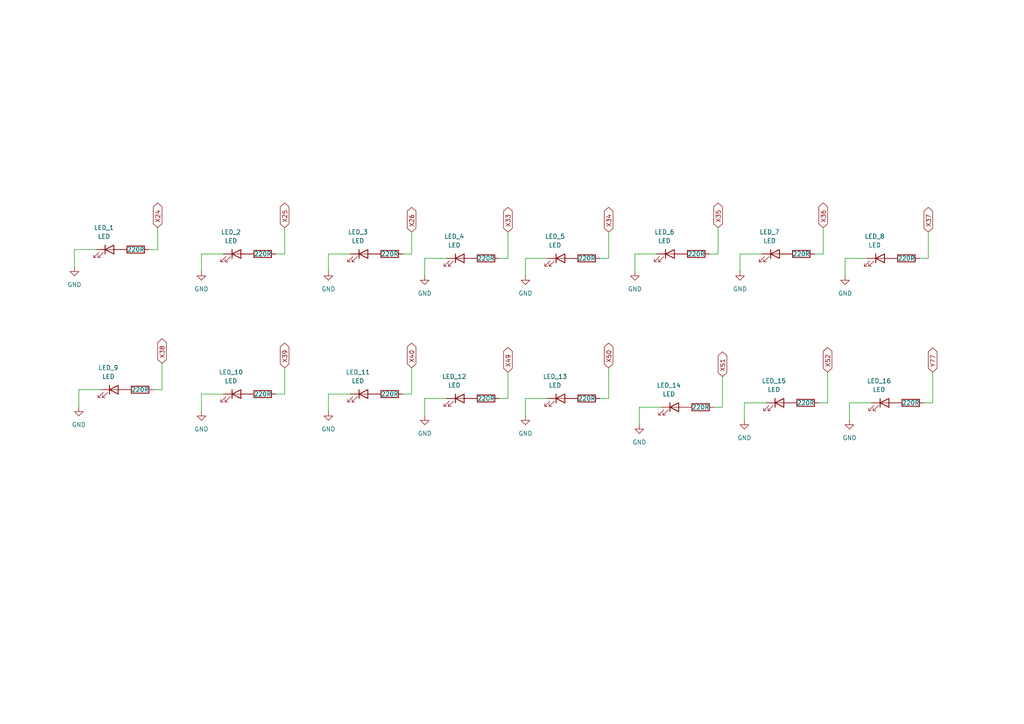
<source format=kicad_sch>
(kicad_sch (version 20231120) (generator "eeschema") (generator_version "8.0")
  (paper "A4")
  (lib_symbols
    (symbol "Device:LED" (pin_numbers hide) (pin_names (offset 1.016) hide)
      (property "Reference" "D" (at 0 2.54 0))
      (property "Value" "LED" (at 0 -2.54 0))
      (symbol "LED_0_1"
        (polyline (pts (xy -1.27 -1.27) (xy -1.27 1.27)) (stroke (width 0.254)))
        (polyline (pts (xy -1.27 0) (xy 1.27 0)))
        (polyline (pts (xy 1.27 -1.27) (xy 1.27 1.27) (xy -1.27 0) (xy 1.27 -1.27)) (stroke (width 0.254)))
        (polyline (pts (xy -3.048 -0.762) (xy -4.572 -2.286) (xy -3.81 -2.286) (xy -4.572 -2.286) (xy -4.572 -1.524)))
        (polyline (pts (xy -1.778 -0.762) (xy -3.302 -2.286) (xy -2.54 -2.286) (xy -3.302 -2.286) (xy -3.302 -1.524)))
      )
      (symbol "LED_1_1"
        (pin passive line (at -3.81 0 0) (length 2.54) (name "K") (number "1"))
        (pin passive line (at 3.81 0 180) (length 2.54) (name "A") (number "2"))
      )
    )
    (symbol "Device:R" (pin_numbers hide) (pin_names (offset 0))
      (property "Reference" "R" (at 2.032 0 90))
      (property "Value" "R" (at 0 0 90))
      (symbol "R_0_1"
        (rectangle (start -1.016 -2.54) (end 1.016 2.54) (stroke (width 0.254)))
      )
      (symbol "R_1_1"
        (pin passive line (at 0 3.81 270) (length 1.27) (name "~") (number "1"))
        (pin passive line (at 0 -3.81 90) (length 1.27) (name "~") (number "2"))
      )
    )
    (symbol "power:GND" (power) (pin_numbers hide) (pin_names (offset 0) hide)
      (property "Value" "GND" (at 0 -3.81 0))
      (symbol "GND_0_1"
        (polyline (pts (xy 0 0) (xy 0 -1.27) (xy 1.27 -1.27) (xy 0 -2.54) (xy -1.27 -1.27) (xy 0 -1.27)))
      )
      (symbol "GND_1_1"
        (pin power_in line (at 0 0 270) (length 0) (name "~") (number "1"))
      )
    )
  )
  (wire (pts (xy 147.32 67.31) (xy 147.32 74.93)))
  (wire (pts (xy 147.32 107.95) (xy 147.32 115.57)))
  (wire (pts (xy 123.19 115.57) (xy 129.54 115.57)))
  (wire (pts (xy 236.22 73.66) (xy 238.76 73.66)))
  (wire (pts (xy 266.7 74.93) (xy 269.24 74.93)))
  (wire (pts (xy 240.03 107.95) (xy 240.03 116.84)))
  (wire (pts (xy 208.28 66.04) (xy 208.28 73.66)))
  (wire (pts (xy 45.72 66.04) (xy 45.72 72.39)))
  (wire (pts (xy 245.11 80.01) (xy 245.11 74.93)))
  (wire (pts (xy 80.01 114.3) (xy 82.55 114.3)))
  (wire (pts (xy 123.19 80.01) (xy 123.19 74.93)))
  (wire (pts (xy 144.78 74.93) (xy 147.32 74.93)))
  (wire (pts (xy 58.42 73.66) (xy 64.77 73.66)))
  (wire (pts (xy 21.59 72.39) (xy 27.94 72.39)))
  (wire (pts (xy 207.01 118.11) (xy 209.55 118.11)))
  (wire (pts (xy 58.42 78.74) (xy 58.42 73.66)))
  (wire (pts (xy 269.24 67.31) (xy 269.24 74.93)))
  (wire (pts (xy 246.38 116.84) (xy 252.73 116.84)))
  (wire (pts (xy 237.49 116.84) (xy 240.03 116.84)))
  (wire (pts (xy 144.78 115.57) (xy 147.32 115.57)))
  (wire (pts (xy 152.4 115.57) (xy 158.75 115.57)))
  (wire (pts (xy 173.99 74.93) (xy 176.53 74.93)))
  (wire (pts (xy 215.9 116.84) (xy 222.25 116.84)))
  (wire (pts (xy 95.25 119.38) (xy 95.25 114.3)))
  (wire (pts (xy 123.19 120.65) (xy 123.19 115.57)))
  (wire (pts (xy 82.55 106.68) (xy 82.55 114.3)))
  (wire (pts (xy 185.42 123.19) (xy 185.42 118.11)))
  (wire (pts (xy 215.9 121.92) (xy 215.9 116.84)))
  (wire (pts (xy 152.4 80.01) (xy 152.4 74.93)))
  (wire (pts (xy 22.86 113.03) (xy 29.21 113.03)))
  (wire (pts (xy 119.38 106.68) (xy 119.38 114.3)))
  (wire (pts (xy 116.84 114.3) (xy 119.38 114.3)))
  (wire (pts (xy 184.15 73.66) (xy 190.5 73.66)))
  (wire (pts (xy 80.01 73.66) (xy 82.55 73.66)))
  (wire (pts (xy 21.59 77.47) (xy 21.59 72.39)))
  (wire (pts (xy 176.53 106.68) (xy 176.53 115.57)))
  (wire (pts (xy 58.42 119.38) (xy 58.42 114.3)))
  (wire (pts (xy 184.15 78.74) (xy 184.15 73.66)))
  (wire (pts (xy 270.51 107.95) (xy 270.51 116.84)))
  (wire (pts (xy 238.76 66.04) (xy 238.76 73.66)))
  (wire (pts (xy 246.38 121.92) (xy 246.38 116.84)))
  (wire (pts (xy 116.84 73.66) (xy 119.38 73.66)))
  (wire (pts (xy 22.86 118.11) (xy 22.86 113.03)))
  (wire (pts (xy 58.42 114.3) (xy 64.77 114.3)))
  (wire (pts (xy 82.55 66.04) (xy 82.55 73.66)))
  (wire (pts (xy 209.55 109.22) (xy 209.55 118.11)))
  (wire (pts (xy 205.74 73.66) (xy 208.28 73.66)))
  (wire (pts (xy 152.4 74.93) (xy 158.75 74.93)))
  (wire (pts (xy 95.25 78.74) (xy 95.25 73.66)))
  (wire (pts (xy 152.4 120.65) (xy 152.4 115.57)))
  (wire (pts (xy 176.53 67.31) (xy 176.53 74.93)))
  (wire (pts (xy 119.38 67.31) (xy 119.38 73.66)))
  (wire (pts (xy 214.63 73.66) (xy 220.98 73.66)))
  (wire (pts (xy 95.25 73.66) (xy 101.6 73.66)))
  (wire (pts (xy 267.97 116.84) (xy 270.51 116.84)))
  (wire (pts (xy 173.99 115.57) (xy 176.53 115.57)))
  (wire (pts (xy 95.25 114.3) (xy 101.6 114.3)))
  (wire (pts (xy 43.18 72.39) (xy 45.72 72.39)))
  (wire (pts (xy 123.19 74.93) (xy 129.54 74.93)))
  (wire (pts (xy 245.11 74.93) (xy 251.46 74.93)))
  (wire (pts (xy 44.45 113.03) (xy 46.99 113.03)))
  (wire (pts (xy 185.42 118.11) (xy 191.77 118.11)))
  (wire (pts (xy 214.63 78.74) (xy 214.63 73.66)))
  (wire (pts (xy 46.99 105.41) (xy 46.99 113.03)))
  (global_label "X39" (shape bidirectional) (at 82.55 106.68 90) (property "Intersheetrefs" "${INTERSHEET_REFS}" (effects (hide yes))))
  (global_label "X50" (shape bidirectional) (at 176.53 106.68 90) (property "Intersheetrefs" "${INTERSHEET_REFS}" (effects (hide yes))))
  (global_label "X49" (shape bidirectional) (at 147.32 107.95 90) (property "Intersheetrefs" "${INTERSHEET_REFS}" (effects (hide yes))))
  (global_label "X37" (shape bidirectional) (at 269.24 67.31 90) (property "Intersheetrefs" "${INTERSHEET_REFS}" (effects (hide yes))))
  (global_label "X35" (shape bidirectional) (at 208.28 66.04 90) (property "Intersheetrefs" "${INTERSHEET_REFS}" (effects (hide yes))))
  (global_label "X38" (shape bidirectional) (at 46.99 105.41 90) (property "Intersheetrefs" "${INTERSHEET_REFS}" (effects (hide yes))))
  (global_label "X52" (shape bidirectional) (at 240.03 107.95 90) (property "Intersheetrefs" "${INTERSHEET_REFS}" (effects (hide yes))))
  (global_label "X26" (shape bidirectional) (at 119.38 67.31 90) (property "Intersheetrefs" "${INTERSHEET_REFS}" (effects (hide yes))))
  (global_label "X36" (shape bidirectional) (at 238.76 66.04 90) (property "Intersheetrefs" "${INTERSHEET_REFS}" (effects (hide yes))))
  (global_label "Y77" (shape bidirectional) (at 270.51 107.95 90) (property "Intersheetrefs" "${INTERSHEET_REFS}" (effects (hide yes))))
  (global_label "X51" (shape bidirectional) (at 209.55 109.22 90) (property "Intersheetrefs" "${INTERSHEET_REFS}" (effects (hide yes))))
  (global_label "X25" (shape bidirectional) (at 82.55 66.04 90) (property "Intersheetrefs" "${INTERSHEET_REFS}" (effects (hide yes))))
  (global_label "X24" (shape bidirectional) (at 45.72 66.04 90) (property "Intersheetrefs" "${INTERSHEET_REFS}" (effects (hide yes))))
  (global_label "X40" (shape bidirectional) (at 119.38 106.68 90) (property "Intersheetrefs" "${INTERSHEET_REFS}" (effects (hide yes))))
  (global_label "X33" (shape bidirectional) (at 147.32 67.31 90) (property "Intersheetrefs" "${INTERSHEET_REFS}" (effects (hide yes))))
  (global_label "X34" (shape bidirectional) (at 176.53 67.31 90) (property "Intersheetrefs" "${INTERSHEET_REFS}" (effects (hide yes))))
  (symbol (lib_id "Device:LED") (at 105.41 73.66 0) (unit 1)
    (property "Reference" "LED_3" (at 103.8225 67.31 0))
    (property "Value" "LED" (at 103.8225 69.85 0))
    (property "Footprint" "LED_SMD:LED_0201_0603Metric" (effects (hide yes)))
    (property "Description" "Light emitting diode" (effects (hide yes)))
  )
  (symbol (lib_id "Device:LED") (at 133.35 115.57 0) (unit 1)
    (property "Reference" "LED_12" (at 131.7625 109.22 0))
    (property "Value" "LED" (at 131.7625 111.76 0))
    (property "Footprint" "LED_SMD:LED_0201_0603Metric" (effects (hide yes)))
    (property "Description" "Light emitting diode" (effects (hide yes)))
  )
  (symbol (lib_id "Device:LED") (at 33.02 113.03 0) (unit 1)
    (property "Reference" "LED_9" (at 31.4325 106.68 0))
    (property "Value" "LED" (at 31.4325 109.22 0))
    (property "Footprint" "LED_SMD:LED_0201_0603Metric" (effects (hide yes)))
    (property "Description" "Light emitting diode" (effects (hide yes)))
  )
  (symbol (lib_id "Device:R") (at 76.2 114.3 270) (unit 1)
    (property "Reference" "R44" (effects (hide yes)))
    (property "Value" "220R" (at 76.2 114.3 90))
    (property "Footprint" "Resistor_SMD:R_0603_1608Metric" (effects (hide yes)))
    (property "Description" "Resistor" (effects (hide yes)))
  )
  (symbol (lib_id "power:GND") (at 58.42 119.38 0) (unit 1)
    (property "Reference" "#PWR010" (effects (hide yes)))
    (property "Value" "GND" (at 58.42 124.46 0))
    (property "Description" "Power symbol creates a global label with name \"GND\" , ground" (effects (hide yes)))
  )
  (symbol (lib_id "Device:R") (at 140.97 74.93 270) (unit 1)
    (property "Reference" "R38" (effects (hide yes)))
    (property "Value" "220R" (at 140.97 74.93 90))
    (property "Footprint" "Resistor_SMD:R_0603_1608Metric" (effects (hide yes)))
    (property "Description" "Resistor" (effects (hide yes)))
  )
  (symbol (lib_id "Device:R") (at 233.68 116.84 270) (unit 1)
    (property "Reference" "R49" (effects (hide yes)))
    (property "Value" "220R" (at 233.68 116.84 90))
    (property "Footprint" "Resistor_SMD:R_0603_1608Metric" (effects (hide yes)))
    (property "Description" "Resistor" (effects (hide yes)))
  )
  (symbol (lib_id "Device:LED") (at 226.06 116.84 0) (unit 1)
    (property "Reference" "LED_15" (at 224.4725 110.49 0))
    (property "Value" "LED" (at 224.4725 113.03 0))
    (property "Footprint" "LED_SMD:LED_0201_0603Metric" (effects (hide yes)))
    (property "Description" "Light emitting diode" (effects (hide yes)))
  )
  (symbol (lib_id "Device:R") (at 140.97 115.57 270) (unit 1)
    (property "Reference" "R46" (effects (hide yes)))
    (property "Value" "220R" (at 140.97 115.57 90))
    (property "Footprint" "Resistor_SMD:R_0603_1608Metric" (effects (hide yes)))
    (property "Description" "Resistor" (effects (hide yes)))
  )
  (symbol (lib_id "power:GND") (at 185.42 123.19 0) (unit 1)
    (property "Reference" "#PWR014" (effects (hide yes)))
    (property "Value" "GND" (at 185.42 128.27 0))
    (property "Description" "Power symbol creates a global label with name \"GND\" , ground" (effects (hide yes)))
  )
  (symbol (lib_id "Device:R") (at 203.2 118.11 270) (unit 1)
    (property "Reference" "R48" (effects (hide yes)))
    (property "Value" "220R" (at 203.2 118.11 90))
    (property "Footprint" "Resistor_SMD:R_0603_1608Metric" (effects (hide yes)))
    (property "Description" "Resistor" (effects (hide yes)))
  )
  (symbol (lib_id "power:GND") (at 245.11 80.01 0) (unit 1)
    (property "Reference" "#PWR08" (effects (hide yes)))
    (property "Value" "GND" (at 245.11 85.09 0))
    (property "Description" "Power symbol creates a global label with name \"GND\" , ground" (effects (hide yes)))
  )
  (symbol (lib_id "power:GND") (at 214.63 78.74 0) (unit 1)
    (property "Reference" "#PWR07" (effects (hide yes)))
    (property "Value" "GND" (at 214.63 83.82 0))
    (property "Description" "Power symbol creates a global label with name \"GND\" , ground" (effects (hide yes)))
  )
  (symbol (lib_id "Device:R") (at 262.89 74.93 270) (unit 1)
    (property "Reference" "R42" (effects (hide yes)))
    (property "Value" "220R" (at 262.89 74.93 90))
    (property "Footprint" "Resistor_SMD:R_0603_1608Metric" (effects (hide yes)))
    (property "Description" "Resistor" (effects (hide yes)))
  )
  (symbol (lib_id "Device:LED") (at 162.56 74.93 0) (unit 1)
    (property "Reference" "LED_5" (at 160.9725 68.58 0))
    (property "Value" "LED" (at 160.9725 71.12 0))
    (property "Footprint" "LED_SMD:LED_0201_0603Metric" (effects (hide yes)))
    (property "Description" "Light emitting diode" (effects (hide yes)))
  )
  (symbol (lib_id "Device:LED") (at 31.75 72.39 0) (unit 1)
    (property "Reference" "LED_1" (at 30.1625 66.04 0))
    (property "Value" "LED" (at 30.1625 68.58 0))
    (property "Footprint" "LED_SMD:LED_0201_0603Metric" (effects (hide yes)))
    (property "Description" "Light emitting diode" (effects (hide yes)))
  )
  (symbol (lib_id "Device:R") (at 170.18 115.57 270) (unit 1)
    (property "Reference" "R47" (effects (hide yes)))
    (property "Value" "220R" (at 170.18 115.57 90))
    (property "Footprint" "Resistor_SMD:R_0603_1608Metric" (effects (hide yes)))
    (property "Description" "Resistor" (effects (hide yes)))
  )
  (symbol (lib_id "Device:LED") (at 68.58 73.66 0) (unit 1)
    (property "Reference" "LED_2" (at 66.9925 67.31 0))
    (property "Value" "LED" (at 66.9925 69.85 0))
    (property "Footprint" "LED_SMD:LED_0201_0603Metric" (effects (hide yes)))
    (property "Description" "Light emitting diode" (effects (hide yes)))
  )
  (symbol (lib_id "Device:LED") (at 195.58 118.11 0) (unit 1)
    (property "Reference" "LED_14" (at 193.9925 111.76 0))
    (property "Value" "LED" (at 193.9925 114.3 0))
    (property "Footprint" "LED_SMD:LED_0201_0603Metric" (effects (hide yes)))
    (property "Description" "Light emitting diode" (effects (hide yes)))
  )
  (symbol (lib_id "power:GND") (at 123.19 120.65 0) (unit 1)
    (property "Reference" "#PWR012" (effects (hide yes)))
    (property "Value" "GND" (at 123.19 125.73 0))
    (property "Description" "Power symbol creates a global label with name \"GND\" , ground" (effects (hide yes)))
  )
  (symbol (lib_id "Device:LED") (at 224.79 73.66 0) (unit 1)
    (property "Reference" "LED_7" (at 223.2025 67.31 0))
    (property "Value" "LED" (at 223.2025 69.85 0))
    (property "Footprint" "LED_SMD:LED_0201_0603Metric" (effects (hide yes)))
    (property "Description" "Light emitting diode" (effects (hide yes)))
  )
  (symbol (lib_id "Device:R") (at 113.03 114.3 270) (unit 1)
    (property "Reference" "R45" (effects (hide yes)))
    (property "Value" "220R" (at 113.03 114.3 90))
    (property "Footprint" "Resistor_SMD:R_0603_1608Metric" (effects (hide yes)))
    (property "Description" "Resistor" (effects (hide yes)))
  )
  (symbol (lib_id "Device:LED") (at 68.58 114.3 0) (unit 1)
    (property "Reference" "LED_10" (at 66.9925 107.95 0))
    (property "Value" "LED" (at 66.9925 110.49 0))
    (property "Footprint" "LED_SMD:LED_0201_0603Metric" (effects (hide yes)))
    (property "Description" "Light emitting diode" (effects (hide yes)))
  )
  (symbol (lib_id "power:GND") (at 22.86 118.11 0) (unit 1)
    (property "Reference" "#PWR09" (effects (hide yes)))
    (property "Value" "GND" (at 22.86 123.19 0))
    (property "Description" "Power symbol creates a global label with name \"GND\" , ground" (effects (hide yes)))
  )
  (symbol (lib_id "power:GND") (at 184.15 78.74 0) (unit 1)
    (property "Reference" "#PWR06" (effects (hide yes)))
    (property "Value" "GND" (at 184.15 83.82 0))
    (property "Description" "Power symbol creates a global label with name \"GND\" , ground" (effects (hide yes)))
  )
  (symbol (lib_id "Device:R") (at 40.64 113.03 270) (unit 1)
    (property "Reference" "R43" (effects (hide yes)))
    (property "Value" "220R" (at 40.64 113.03 90))
    (property "Footprint" "Resistor_SMD:R_0603_1608Metric" (effects (hide yes)))
    (property "Description" "Resistor" (effects (hide yes)))
  )
  (symbol (lib_id "Device:R") (at 39.37 72.39 270) (unit 1)
    (property "Reference" "R33" (effects (hide yes)))
    (property "Value" "220R" (at 39.37 72.39 90))
    (property "Footprint" "Resistor_SMD:R_0603_1608Metric" (effects (hide yes)))
    (property "Description" "Resistor" (effects (hide yes)))
  )
  (symbol (lib_id "power:GND") (at 21.59 77.47 0) (unit 1)
    (property "Reference" "#PWR01" (effects (hide yes)))
    (property "Value" "GND" (at 21.59 82.55 0))
    (property "Description" "Power symbol creates a global label with name \"GND\" , ground" (effects (hide yes)))
  )
  (symbol (lib_id "Device:LED") (at 256.54 116.84 0) (unit 1)
    (property "Reference" "LED_16" (at 254.9525 110.49 0))
    (property "Value" "LED" (at 254.9525 113.03 0))
    (property "Footprint" "LED_SMD:LED_0201_0603Metric" (effects (hide yes)))
    (property "Description" "Light emitting diode" (effects (hide yes)))
  )
  (symbol (lib_id "power:GND") (at 95.25 78.74 0) (unit 1)
    (property "Reference" "#PWR03" (effects (hide yes)))
    (property "Value" "GND" (at 95.25 83.82 0))
    (property "Description" "Power symbol creates a global label with name \"GND\" , ground" (effects (hide yes)))
  )
  (symbol (lib_id "Device:LED") (at 133.35 74.93 0) (unit 1)
    (property "Reference" "LED_4" (at 131.7625 68.58 0))
    (property "Value" "LED" (at 131.7625 71.12 0))
    (property "Footprint" "LED_SMD:LED_0201_0603Metric" (effects (hide yes)))
    (property "Description" "Light emitting diode" (effects (hide yes)))
  )
  (symbol (lib_id "Device:R") (at 201.93 73.66 270) (unit 1)
    (property "Reference" "R40" (effects (hide yes)))
    (property "Value" "220R" (at 201.93 73.66 90))
    (property "Footprint" "Resistor_SMD:R_0603_1608Metric" (effects (hide yes)))
    (property "Description" "Resistor" (effects (hide yes)))
  )
  (symbol (lib_id "power:GND") (at 123.19 80.01 0) (unit 1)
    (property "Reference" "#PWR04" (effects (hide yes)))
    (property "Value" "GND" (at 123.19 85.09 0))
    (property "Description" "Power symbol creates a global label with name \"GND\" , ground" (effects (hide yes)))
  )
  (symbol (lib_id "Device:R") (at 232.41 73.66 270) (unit 1)
    (property "Reference" "R41" (effects (hide yes)))
    (property "Value" "220R" (at 232.41 73.66 90))
    (property "Footprint" "Resistor_SMD:R_0603_1608Metric" (effects (hide yes)))
    (property "Description" "Resistor" (effects (hide yes)))
  )
  (symbol (lib_id "Device:R") (at 76.2 73.66 270) (unit 1)
    (property "Reference" "R34" (effects (hide yes)))
    (property "Value" "220R" (at 76.2 73.66 90))
    (property "Footprint" "Resistor_SMD:R_0603_1608Metric" (effects (hide yes)))
    (property "Description" "Resistor" (effects (hide yes)))
  )
  (symbol (lib_id "power:GND") (at 58.42 78.74 0) (unit 1)
    (property "Reference" "#PWR02" (effects (hide yes)))
    (property "Value" "GND" (at 58.42 83.82 0))
    (property "Description" "Power symbol creates a global label with name \"GND\" , ground" (effects (hide yes)))
  )
  (symbol (lib_id "Device:R") (at 113.03 73.66 270) (unit 1)
    (property "Reference" "R35" (effects (hide yes)))
    (property "Value" "220R" (at 113.03 73.66 90))
    (property "Footprint" "Resistor_SMD:R_0603_1608Metric" (effects (hide yes)))
    (property "Description" "Resistor" (effects (hide yes)))
  )
  (symbol (lib_id "Device:R") (at 170.18 74.93 270) (unit 1)
    (property "Reference" "R39" (effects (hide yes)))
    (property "Value" "220R" (at 170.18 74.93 90))
    (property "Footprint" "Resistor_SMD:R_0603_1608Metric" (effects (hide yes)))
    (property "Description" "Resistor" (effects (hide yes)))
  )
  (symbol (lib_id "power:GND") (at 95.25 119.38 0) (unit 1)
    (property "Reference" "#PWR011" (effects (hide yes)))
    (property "Value" "GND" (at 95.25 124.46 0))
    (property "Description" "Power symbol creates a global label with name \"GND\" , ground" (effects (hide yes)))
  )
  (symbol (lib_id "power:GND") (at 152.4 80.01 0) (unit 1)
    (property "Reference" "#PWR05" (effects (hide yes)))
    (property "Value" "GND" (at 152.4 85.09 0))
    (property "Description" "Power symbol creates a global label with name \"GND\" , ground" (effects (hide yes)))
  )
  (symbol (lib_id "Device:LED") (at 105.41 114.3 0) (unit 1)
    (property "Reference" "LED_11" (at 103.8225 107.95 0))
    (property "Value" "LED" (at 103.8225 110.49 0))
    (property "Footprint" "LED_SMD:LED_0201_0603Metric" (effects (hide yes)))
    (property "Description" "Light emitting diode" (effects (hide yes)))
  )
  (symbol (lib_id "Device:LED") (at 255.27 74.93 0) (unit 1)
    (property "Reference" "LED_8" (at 253.6825 68.58 0))
    (property "Value" "LED" (at 253.6825 71.12 0))
    (property "Footprint" "LED_SMD:LED_0201_0603Metric" (effects (hide yes)))
    (property "Description" "Light emitting diode" (effects (hide yes)))
  )
  (symbol (lib_id "Device:R") (at 264.16 116.84 270) (unit 1)
    (property "Reference" "R50" (effects (hide yes)))
    (property "Value" "220R" (at 264.16 116.84 90))
    (property "Footprint" "Resistor_SMD:R_0603_1608Metric" (effects (hide yes)))
    (property "Description" "Resistor" (effects (hide yes)))
  )
  (symbol (lib_id "power:GND") (at 152.4 120.65 0) (unit 1)
    (property "Reference" "#PWR013" (effects (hide yes)))
    (property "Value" "GND" (at 152.4 125.73 0))
    (property "Description" "Power symbol creates a global label with name \"GND\" , ground" (effects (hide yes)))
  )
  (symbol (lib_id "power:GND") (at 215.9 121.92 0) (unit 1)
    (property "Reference" "#PWR015" (effects (hide yes)))
    (property "Value" "GND" (at 215.9 127 0))
    (property "Description" "Power symbol creates a global label with name \"GND\" , ground" (effects (hide yes)))
  )
  (symbol (lib_id "Device:LED") (at 194.31 73.66 0) (unit 1)
    (property "Reference" "LED_6" (at 192.7225 67.31 0))
    (property "Value" "LED" (at 192.7225 69.85 0))
    (property "Footprint" "LED_SMD:LED_0201_0603Metric" (effects (hide yes)))
    (property "Description" "Light emitting diode" (effects (hide yes)))
  )
  (symbol (lib_id "Device:LED") (at 162.56 115.57 0) (unit 1)
    (property "Reference" "LED_13" (at 160.9725 109.22 0))
    (property "Value" "LED" (at 160.9725 111.76 0))
    (property "Footprint" "LED_SMD:LED_0201_0603Metric" (effects (hide yes)))
    (property "Description" "Light emitting diode" (effects (hide yes)))
  )
  (symbol (lib_id "power:GND") (at 246.38 121.92 0) (unit 1)
    (property "Reference" "#PWR016" (effects (hide yes)))
    (property "Value" "GND" (at 246.38 127 0))
    (property "Description" "Power symbol creates a global label with name \"GND\" , ground" (effects (hide yes)))
  )
)
</source>
